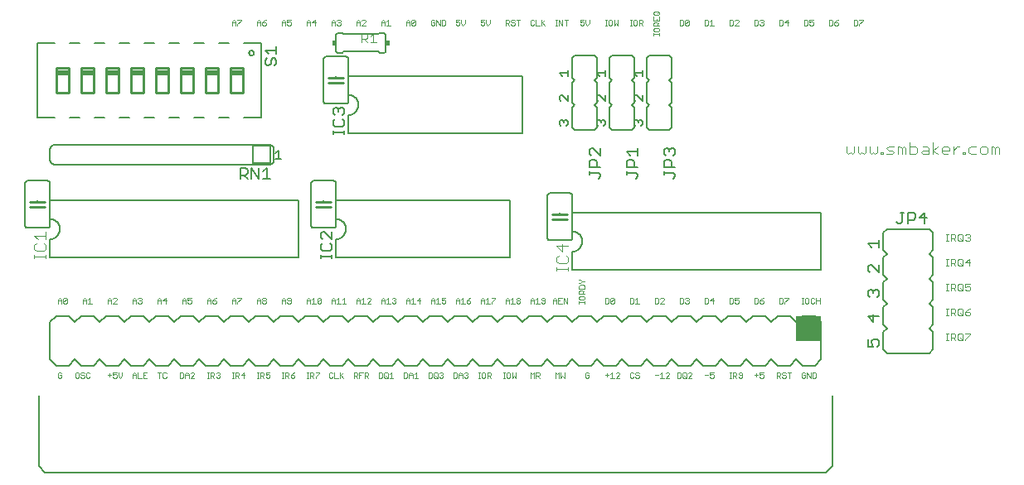
<source format=gto>
G75*
%MOIN*%
%OFA0B0*%
%FSLAX24Y24*%
%IPPOS*%
%LPD*%
%AMOC8*
5,1,8,0,0,1.08239X$1,22.5*
%
%ADD10C,0.0020*%
%ADD11C,0.0040*%
%ADD12C,0.0030*%
%ADD13C,0.0080*%
%ADD14C,0.0060*%
%ADD15C,0.0100*%
%ADD16R,0.1000X0.1000*%
%ADD17C,0.0050*%
%ADD18R,0.0150X0.0200*%
D10*
X002027Y003950D02*
X002100Y003950D01*
X002137Y003987D01*
X002137Y004060D01*
X002063Y004060D01*
X001990Y004133D02*
X001990Y003987D01*
X002027Y003950D01*
X001990Y004133D02*
X002027Y004170D01*
X002100Y004170D01*
X002137Y004133D01*
X002690Y004133D02*
X002690Y003987D01*
X002727Y003950D01*
X002800Y003950D01*
X002837Y003987D01*
X002837Y004133D01*
X002800Y004170D01*
X002727Y004170D01*
X002690Y004133D01*
X002911Y004133D02*
X002911Y004097D01*
X002948Y004060D01*
X003021Y004060D01*
X003058Y004023D01*
X003058Y003987D01*
X003021Y003950D01*
X002948Y003950D01*
X002911Y003987D01*
X002911Y004133D02*
X002948Y004170D01*
X003021Y004170D01*
X003058Y004133D01*
X003132Y004133D02*
X003132Y003987D01*
X003169Y003950D01*
X003242Y003950D01*
X003279Y003987D01*
X003279Y004133D02*
X003242Y004170D01*
X003169Y004170D01*
X003132Y004133D01*
X003990Y004060D02*
X004137Y004060D01*
X004211Y004060D02*
X004284Y004097D01*
X004321Y004097D01*
X004358Y004060D01*
X004358Y003987D01*
X004321Y003950D01*
X004248Y003950D01*
X004211Y003987D01*
X004211Y004060D02*
X004211Y004170D01*
X004358Y004170D01*
X004432Y004170D02*
X004432Y004023D01*
X004505Y003950D01*
X004579Y004023D01*
X004579Y004170D01*
X004990Y004097D02*
X004990Y003950D01*
X004990Y004060D02*
X005137Y004060D01*
X005137Y004097D02*
X005137Y003950D01*
X005211Y003950D02*
X005358Y003950D01*
X005432Y003950D02*
X005579Y003950D01*
X005505Y004060D02*
X005432Y004060D01*
X005432Y004170D02*
X005432Y003950D01*
X005432Y004170D02*
X005579Y004170D01*
X005211Y004170D02*
X005211Y003950D01*
X005137Y004097D02*
X005063Y004170D01*
X004990Y004097D01*
X004063Y004133D02*
X004063Y003987D01*
X005990Y004170D02*
X006137Y004170D01*
X006063Y004170D02*
X006063Y003950D01*
X006211Y003987D02*
X006248Y003950D01*
X006321Y003950D01*
X006358Y003987D01*
X006358Y004133D02*
X006321Y004170D01*
X006248Y004170D01*
X006211Y004133D01*
X006211Y003987D01*
X006890Y003950D02*
X007000Y003950D01*
X007037Y003987D01*
X007037Y004133D01*
X007000Y004170D01*
X006890Y004170D01*
X006890Y003950D01*
X007111Y003950D02*
X007111Y004097D01*
X007184Y004170D01*
X007258Y004097D01*
X007258Y003950D01*
X007332Y003950D02*
X007479Y004097D01*
X007479Y004133D01*
X007442Y004170D01*
X007369Y004170D01*
X007332Y004133D01*
X007258Y004060D02*
X007111Y004060D01*
X007332Y003950D02*
X007479Y003950D01*
X007990Y003950D02*
X008063Y003950D01*
X008027Y003950D02*
X008027Y004170D01*
X008063Y004170D02*
X007990Y004170D01*
X008137Y004170D02*
X008137Y003950D01*
X008137Y004023D02*
X008247Y004023D01*
X008284Y004060D01*
X008284Y004133D01*
X008247Y004170D01*
X008137Y004170D01*
X008211Y004023D02*
X008284Y003950D01*
X008358Y003987D02*
X008395Y003950D01*
X008468Y003950D01*
X008505Y003987D01*
X008505Y004023D01*
X008468Y004060D01*
X008432Y004060D01*
X008468Y004060D02*
X008505Y004097D01*
X008505Y004133D01*
X008468Y004170D01*
X008395Y004170D01*
X008358Y004133D01*
X008990Y004170D02*
X009063Y004170D01*
X009027Y004170D02*
X009027Y003950D01*
X009063Y003950D02*
X008990Y003950D01*
X009137Y003950D02*
X009137Y004170D01*
X009247Y004170D01*
X009284Y004133D01*
X009284Y004060D01*
X009247Y004023D01*
X009137Y004023D01*
X009211Y004023D02*
X009284Y003950D01*
X009358Y004060D02*
X009505Y004060D01*
X009468Y003950D02*
X009468Y004170D01*
X009358Y004060D01*
X009990Y003950D02*
X010063Y003950D01*
X010027Y003950D02*
X010027Y004170D01*
X010063Y004170D02*
X009990Y004170D01*
X010137Y004170D02*
X010247Y004170D01*
X010284Y004133D01*
X010284Y004060D01*
X010247Y004023D01*
X010137Y004023D01*
X010137Y003950D02*
X010137Y004170D01*
X010211Y004023D02*
X010284Y003950D01*
X010358Y003987D02*
X010395Y003950D01*
X010468Y003950D01*
X010505Y003987D01*
X010505Y004060D01*
X010468Y004097D01*
X010432Y004097D01*
X010358Y004060D01*
X010358Y004170D01*
X010505Y004170D01*
X010990Y004170D02*
X011063Y004170D01*
X011027Y004170D02*
X011027Y003950D01*
X011063Y003950D02*
X010990Y003950D01*
X011137Y003950D02*
X011137Y004170D01*
X011247Y004170D01*
X011284Y004133D01*
X011284Y004060D01*
X011247Y004023D01*
X011137Y004023D01*
X011211Y004023D02*
X011284Y003950D01*
X011358Y003987D02*
X011395Y003950D01*
X011468Y003950D01*
X011505Y003987D01*
X011505Y004023D01*
X011468Y004060D01*
X011358Y004060D01*
X011358Y003987D01*
X011358Y004060D02*
X011432Y004133D01*
X011505Y004170D01*
X011990Y004170D02*
X012063Y004170D01*
X012027Y004170D02*
X012027Y003950D01*
X012063Y003950D02*
X011990Y003950D01*
X012137Y003950D02*
X012137Y004170D01*
X012247Y004170D01*
X012284Y004133D01*
X012284Y004060D01*
X012247Y004023D01*
X012137Y004023D01*
X012211Y004023D02*
X012284Y003950D01*
X012358Y003950D02*
X012358Y003987D01*
X012505Y004133D01*
X012505Y004170D01*
X012358Y004170D01*
X012890Y004133D02*
X012890Y003987D01*
X012927Y003950D01*
X013000Y003950D01*
X013037Y003987D01*
X013111Y003950D02*
X013258Y003950D01*
X013332Y003950D02*
X013332Y004170D01*
X013369Y004060D02*
X013479Y003950D01*
X013332Y004023D02*
X013479Y004170D01*
X013111Y004170D02*
X013111Y003950D01*
X013037Y004133D02*
X013000Y004170D01*
X012927Y004170D01*
X012890Y004133D01*
X013890Y004170D02*
X013890Y003950D01*
X013890Y004023D02*
X014000Y004023D01*
X014037Y004060D01*
X014037Y004133D01*
X014000Y004170D01*
X013890Y004170D01*
X013963Y004023D02*
X014037Y003950D01*
X014111Y003950D02*
X014111Y004170D01*
X014258Y004170D01*
X014332Y004170D02*
X014442Y004170D01*
X014479Y004133D01*
X014479Y004060D01*
X014442Y004023D01*
X014332Y004023D01*
X014332Y003950D02*
X014332Y004170D01*
X014405Y004023D02*
X014479Y003950D01*
X014184Y004060D02*
X014111Y004060D01*
X014890Y003950D02*
X015000Y003950D01*
X015037Y003987D01*
X015037Y004133D01*
X015000Y004170D01*
X014890Y004170D01*
X014890Y003950D01*
X015111Y003987D02*
X015148Y003950D01*
X015221Y003950D01*
X015258Y003987D01*
X015258Y004133D01*
X015221Y004170D01*
X015148Y004170D01*
X015111Y004133D01*
X015111Y003987D01*
X015184Y004023D02*
X015258Y003950D01*
X015332Y003950D02*
X015479Y003950D01*
X015405Y003950D02*
X015405Y004170D01*
X015332Y004097D01*
X015890Y004170D02*
X015890Y003950D01*
X016000Y003950D01*
X016037Y003987D01*
X016037Y004133D01*
X016000Y004170D01*
X015890Y004170D01*
X016111Y004097D02*
X016111Y003950D01*
X016111Y004060D02*
X016258Y004060D01*
X016258Y004097D02*
X016258Y003950D01*
X016332Y003950D02*
X016479Y003950D01*
X016405Y003950D02*
X016405Y004170D01*
X016332Y004097D01*
X016258Y004097D02*
X016184Y004170D01*
X016111Y004097D01*
X016890Y004170D02*
X016890Y003950D01*
X017000Y003950D01*
X017037Y003987D01*
X017037Y004133D01*
X017000Y004170D01*
X016890Y004170D01*
X017111Y004133D02*
X017111Y003987D01*
X017148Y003950D01*
X017221Y003950D01*
X017258Y003987D01*
X017258Y004133D01*
X017221Y004170D01*
X017148Y004170D01*
X017111Y004133D01*
X017184Y004023D02*
X017258Y003950D01*
X017332Y003987D02*
X017369Y003950D01*
X017442Y003950D01*
X017479Y003987D01*
X017479Y004023D01*
X017442Y004060D01*
X017405Y004060D01*
X017442Y004060D02*
X017479Y004097D01*
X017479Y004133D01*
X017442Y004170D01*
X017369Y004170D01*
X017332Y004133D01*
X017890Y004170D02*
X017890Y003950D01*
X018000Y003950D01*
X018037Y003987D01*
X018037Y004133D01*
X018000Y004170D01*
X017890Y004170D01*
X018111Y004097D02*
X018184Y004170D01*
X018258Y004097D01*
X018258Y003950D01*
X018332Y003987D02*
X018369Y003950D01*
X018442Y003950D01*
X018479Y003987D01*
X018479Y004023D01*
X018442Y004060D01*
X018405Y004060D01*
X018442Y004060D02*
X018479Y004097D01*
X018479Y004133D01*
X018442Y004170D01*
X018369Y004170D01*
X018332Y004133D01*
X018258Y004060D02*
X018111Y004060D01*
X018111Y004097D02*
X018111Y003950D01*
X018890Y003950D02*
X018963Y003950D01*
X018927Y003950D02*
X018927Y004170D01*
X018963Y004170D02*
X018890Y004170D01*
X019037Y004133D02*
X019037Y003987D01*
X019074Y003950D01*
X019147Y003950D01*
X019184Y003987D01*
X019184Y004133D01*
X019147Y004170D01*
X019074Y004170D01*
X019037Y004133D01*
X019258Y004170D02*
X019258Y003950D01*
X019258Y004023D02*
X019368Y004023D01*
X019405Y004060D01*
X019405Y004133D01*
X019368Y004170D01*
X019258Y004170D01*
X019332Y004023D02*
X019405Y003950D01*
X019890Y003950D02*
X019963Y003950D01*
X019927Y003950D02*
X019927Y004170D01*
X019963Y004170D02*
X019890Y004170D01*
X020037Y004133D02*
X020037Y003987D01*
X020074Y003950D01*
X020147Y003950D01*
X020184Y003987D01*
X020184Y004133D01*
X020147Y004170D01*
X020074Y004170D01*
X020037Y004133D01*
X020258Y004170D02*
X020258Y003950D01*
X020332Y004023D01*
X020405Y003950D01*
X020405Y004170D01*
X020990Y004170D02*
X020990Y003950D01*
X021137Y003950D02*
X021137Y004170D01*
X021063Y004097D01*
X020990Y004170D01*
X021211Y004170D02*
X021211Y003950D01*
X021211Y004023D02*
X021321Y004023D01*
X021358Y004060D01*
X021358Y004133D01*
X021321Y004170D01*
X021211Y004170D01*
X021284Y004023D02*
X021358Y003950D01*
X021990Y003950D02*
X021990Y004170D01*
X022063Y004097D01*
X022137Y004170D01*
X022137Y003950D01*
X022211Y003950D02*
X022284Y004023D01*
X022358Y003950D01*
X022358Y004170D01*
X022211Y004170D02*
X022211Y003950D01*
X023190Y003987D02*
X023227Y003950D01*
X023300Y003950D01*
X023337Y003987D01*
X023337Y004060D01*
X023263Y004060D01*
X023190Y004133D02*
X023190Y003987D01*
X023190Y004133D02*
X023227Y004170D01*
X023300Y004170D01*
X023337Y004133D01*
X023990Y004060D02*
X024137Y004060D01*
X024211Y004097D02*
X024284Y004170D01*
X024284Y003950D01*
X024211Y003950D02*
X024358Y003950D01*
X024432Y003950D02*
X024579Y004097D01*
X024579Y004133D01*
X024542Y004170D01*
X024469Y004170D01*
X024432Y004133D01*
X024432Y003950D02*
X024579Y003950D01*
X024990Y003987D02*
X025027Y003950D01*
X025100Y003950D01*
X025137Y003987D01*
X025211Y003987D02*
X025248Y003950D01*
X025321Y003950D01*
X025358Y003987D01*
X025358Y004023D01*
X025321Y004060D01*
X025248Y004060D01*
X025211Y004097D01*
X025211Y004133D01*
X025248Y004170D01*
X025321Y004170D01*
X025358Y004133D01*
X025137Y004133D02*
X025100Y004170D01*
X025027Y004170D01*
X024990Y004133D01*
X024990Y003987D01*
X024063Y003987D02*
X024063Y004133D01*
X025990Y004060D02*
X026137Y004060D01*
X026211Y004097D02*
X026284Y004170D01*
X026284Y003950D01*
X026211Y003950D02*
X026358Y003950D01*
X026432Y003950D02*
X026579Y004097D01*
X026579Y004133D01*
X026542Y004170D01*
X026469Y004170D01*
X026432Y004133D01*
X026432Y003950D02*
X026579Y003950D01*
X026890Y003950D02*
X026890Y004170D01*
X027000Y004170D01*
X027037Y004133D01*
X027037Y003987D01*
X027000Y003950D01*
X026890Y003950D01*
X027111Y003987D02*
X027111Y004133D01*
X027148Y004170D01*
X027221Y004170D01*
X027258Y004133D01*
X027258Y003987D01*
X027221Y003950D01*
X027148Y003950D01*
X027111Y003987D01*
X027184Y004023D02*
X027258Y003950D01*
X027332Y003950D02*
X027479Y004097D01*
X027479Y004133D01*
X027442Y004170D01*
X027369Y004170D01*
X027332Y004133D01*
X027332Y003950D02*
X027479Y003950D01*
X027990Y004060D02*
X028137Y004060D01*
X028211Y004060D02*
X028284Y004097D01*
X028321Y004097D01*
X028358Y004060D01*
X028358Y003987D01*
X028321Y003950D01*
X028248Y003950D01*
X028211Y003987D01*
X028211Y004060D02*
X028211Y004170D01*
X028358Y004170D01*
X028990Y004170D02*
X029063Y004170D01*
X029027Y004170D02*
X029027Y003950D01*
X029063Y003950D02*
X028990Y003950D01*
X029137Y003950D02*
X029137Y004170D01*
X029247Y004170D01*
X029284Y004133D01*
X029284Y004060D01*
X029247Y004023D01*
X029137Y004023D01*
X029211Y004023D02*
X029284Y003950D01*
X029358Y003987D02*
X029395Y003950D01*
X029468Y003950D01*
X029505Y003987D01*
X029505Y004133D01*
X029468Y004170D01*
X029395Y004170D01*
X029358Y004133D01*
X029358Y004097D01*
X029395Y004060D01*
X029505Y004060D01*
X029990Y004060D02*
X030137Y004060D01*
X030211Y004060D02*
X030284Y004097D01*
X030321Y004097D01*
X030358Y004060D01*
X030358Y003987D01*
X030321Y003950D01*
X030248Y003950D01*
X030211Y003987D01*
X030211Y004060D02*
X030211Y004170D01*
X030358Y004170D01*
X030063Y004133D02*
X030063Y003987D01*
X030890Y004023D02*
X031000Y004023D01*
X031037Y004060D01*
X031037Y004133D01*
X031000Y004170D01*
X030890Y004170D01*
X030890Y003950D01*
X030963Y004023D02*
X031037Y003950D01*
X031111Y003987D02*
X031148Y003950D01*
X031221Y003950D01*
X031258Y003987D01*
X031258Y004023D01*
X031221Y004060D01*
X031148Y004060D01*
X031111Y004097D01*
X031111Y004133D01*
X031148Y004170D01*
X031221Y004170D01*
X031258Y004133D01*
X031332Y004170D02*
X031479Y004170D01*
X031405Y004170D02*
X031405Y003950D01*
X031890Y003987D02*
X031890Y004133D01*
X031927Y004170D01*
X032000Y004170D01*
X032037Y004133D01*
X032037Y004060D02*
X031963Y004060D01*
X032037Y004060D02*
X032037Y003987D01*
X032000Y003950D01*
X031927Y003950D01*
X031890Y003987D01*
X032111Y003950D02*
X032111Y004170D01*
X032258Y003950D01*
X032258Y004170D01*
X032332Y004170D02*
X032442Y004170D01*
X032479Y004133D01*
X032479Y003987D01*
X032442Y003950D01*
X032332Y003950D01*
X032332Y004170D01*
X032368Y006950D02*
X032405Y006987D01*
X032368Y006950D02*
X032295Y006950D01*
X032258Y006987D01*
X032258Y007133D01*
X032295Y007170D01*
X032368Y007170D01*
X032405Y007133D01*
X032479Y007170D02*
X032479Y006950D01*
X032479Y007060D02*
X032626Y007060D01*
X032626Y007170D02*
X032626Y006950D01*
X032184Y006987D02*
X032147Y006950D01*
X032074Y006950D01*
X032037Y006987D01*
X032037Y007133D01*
X032074Y007170D01*
X032147Y007170D01*
X032184Y007133D01*
X032184Y006987D01*
X031963Y006950D02*
X031890Y006950D01*
X031927Y006950D02*
X031927Y007170D01*
X031963Y007170D02*
X031890Y007170D01*
X031358Y007170D02*
X031358Y007133D01*
X031211Y006987D01*
X031211Y006950D01*
X031137Y006987D02*
X031100Y006950D01*
X030990Y006950D01*
X030990Y007170D01*
X031100Y007170D01*
X031137Y007133D01*
X031137Y006987D01*
X031211Y007170D02*
X031358Y007170D01*
X030358Y007170D02*
X030284Y007133D01*
X030211Y007060D01*
X030321Y007060D01*
X030358Y007023D01*
X030358Y006987D01*
X030321Y006950D01*
X030248Y006950D01*
X030211Y006987D01*
X030211Y007060D01*
X030137Y006987D02*
X030137Y007133D01*
X030100Y007170D01*
X029990Y007170D01*
X029990Y006950D01*
X030100Y006950D01*
X030137Y006987D01*
X029358Y006987D02*
X029321Y006950D01*
X029248Y006950D01*
X029211Y006987D01*
X029211Y007060D02*
X029284Y007097D01*
X029321Y007097D01*
X029358Y007060D01*
X029358Y006987D01*
X029211Y007060D02*
X029211Y007170D01*
X029358Y007170D01*
X029137Y007133D02*
X029100Y007170D01*
X028990Y007170D01*
X028990Y006950D01*
X029100Y006950D01*
X029137Y006987D01*
X029137Y007133D01*
X028358Y007060D02*
X028211Y007060D01*
X028321Y007170D01*
X028321Y006950D01*
X028137Y006987D02*
X028100Y006950D01*
X027990Y006950D01*
X027990Y007170D01*
X028100Y007170D01*
X028137Y007133D01*
X028137Y006987D01*
X027358Y006987D02*
X027321Y006950D01*
X027248Y006950D01*
X027211Y006987D01*
X027137Y006987D02*
X027137Y007133D01*
X027100Y007170D01*
X026990Y007170D01*
X026990Y006950D01*
X027100Y006950D01*
X027137Y006987D01*
X027211Y007133D02*
X027248Y007170D01*
X027321Y007170D01*
X027358Y007133D01*
X027358Y007097D01*
X027321Y007060D01*
X027358Y007023D01*
X027358Y006987D01*
X027321Y007060D02*
X027284Y007060D01*
X026358Y007097D02*
X026358Y007133D01*
X026321Y007170D01*
X026248Y007170D01*
X026211Y007133D01*
X026137Y007133D02*
X026100Y007170D01*
X025990Y007170D01*
X025990Y006950D01*
X026100Y006950D01*
X026137Y006987D01*
X026137Y007133D01*
X026211Y006950D02*
X026358Y007097D01*
X026358Y006950D02*
X026211Y006950D01*
X025358Y006950D02*
X025211Y006950D01*
X025284Y006950D02*
X025284Y007170D01*
X025211Y007097D01*
X025137Y007133D02*
X025100Y007170D01*
X024990Y007170D01*
X024990Y006950D01*
X025100Y006950D01*
X025137Y006987D01*
X025137Y007133D01*
X024358Y007133D02*
X024211Y006987D01*
X024248Y006950D01*
X024321Y006950D01*
X024358Y006987D01*
X024358Y007133D01*
X024321Y007170D01*
X024248Y007170D01*
X024211Y007133D01*
X024211Y006987D01*
X024137Y006987D02*
X024100Y006950D01*
X023990Y006950D01*
X023990Y007170D01*
X024100Y007170D01*
X024137Y007133D01*
X024137Y006987D01*
X023170Y006987D02*
X022950Y006987D01*
X022950Y007023D02*
X022950Y006950D01*
X022987Y007097D02*
X023133Y007097D01*
X023170Y007134D01*
X023170Y007207D01*
X023133Y007244D01*
X022987Y007244D01*
X022950Y007207D01*
X022950Y007134D01*
X022987Y007097D01*
X023170Y007023D02*
X023170Y006950D01*
X022479Y006950D02*
X022479Y007170D01*
X022332Y007170D02*
X022332Y006950D01*
X022258Y006950D02*
X022111Y006950D01*
X022111Y007170D01*
X022258Y007170D01*
X022332Y007170D02*
X022479Y006950D01*
X022184Y007060D02*
X022111Y007060D01*
X022037Y007060D02*
X021890Y007060D01*
X021890Y007097D02*
X021963Y007170D01*
X022037Y007097D01*
X022037Y006950D01*
X021890Y006950D02*
X021890Y007097D01*
X021579Y007133D02*
X021542Y007170D01*
X021469Y007170D01*
X021432Y007133D01*
X021432Y007097D01*
X021469Y007060D01*
X021579Y007060D01*
X021579Y006987D02*
X021579Y007133D01*
X021579Y006987D02*
X021542Y006950D01*
X021469Y006950D01*
X021432Y006987D01*
X021358Y006950D02*
X021211Y006950D01*
X021284Y006950D02*
X021284Y007170D01*
X021211Y007097D01*
X021137Y007097D02*
X021137Y006950D01*
X021137Y007060D02*
X020990Y007060D01*
X020990Y007097D02*
X021063Y007170D01*
X021137Y007097D01*
X020990Y007097D02*
X020990Y006950D01*
X020579Y006987D02*
X020542Y006950D01*
X020469Y006950D01*
X020432Y006987D01*
X020432Y007023D01*
X020469Y007060D01*
X020542Y007060D01*
X020579Y007023D01*
X020579Y006987D01*
X020542Y007060D02*
X020579Y007097D01*
X020579Y007133D01*
X020542Y007170D01*
X020469Y007170D01*
X020432Y007133D01*
X020432Y007097D01*
X020469Y007060D01*
X020358Y006950D02*
X020211Y006950D01*
X020284Y006950D02*
X020284Y007170D01*
X020211Y007097D01*
X020137Y007097D02*
X020137Y006950D01*
X020137Y007060D02*
X019990Y007060D01*
X019990Y007097D02*
X020063Y007170D01*
X020137Y007097D01*
X019990Y007097D02*
X019990Y006950D01*
X019579Y007133D02*
X019432Y006987D01*
X019432Y006950D01*
X019358Y006950D02*
X019211Y006950D01*
X019284Y006950D02*
X019284Y007170D01*
X019211Y007097D01*
X019137Y007097D02*
X019137Y006950D01*
X019137Y007060D02*
X018990Y007060D01*
X018990Y007097D02*
X019063Y007170D01*
X019137Y007097D01*
X018990Y007097D02*
X018990Y006950D01*
X018579Y006987D02*
X018579Y007023D01*
X018542Y007060D01*
X018432Y007060D01*
X018432Y006987D01*
X018469Y006950D01*
X018542Y006950D01*
X018579Y006987D01*
X018505Y007133D02*
X018432Y007060D01*
X018505Y007133D02*
X018579Y007170D01*
X018284Y007170D02*
X018284Y006950D01*
X018211Y006950D02*
X018358Y006950D01*
X018211Y007097D02*
X018284Y007170D01*
X018137Y007097D02*
X018137Y006950D01*
X018137Y007060D02*
X017990Y007060D01*
X017990Y007097D02*
X018063Y007170D01*
X018137Y007097D01*
X017990Y007097D02*
X017990Y006950D01*
X017579Y006987D02*
X017542Y006950D01*
X017469Y006950D01*
X017432Y006987D01*
X017432Y007060D02*
X017505Y007097D01*
X017542Y007097D01*
X017579Y007060D01*
X017579Y006987D01*
X017432Y007060D02*
X017432Y007170D01*
X017579Y007170D01*
X017284Y007170D02*
X017284Y006950D01*
X017211Y006950D02*
X017358Y006950D01*
X017211Y007097D02*
X017284Y007170D01*
X017137Y007097D02*
X017137Y006950D01*
X017137Y007060D02*
X016990Y007060D01*
X016990Y007097D02*
X017063Y007170D01*
X017137Y007097D01*
X016990Y007097D02*
X016990Y006950D01*
X016579Y007060D02*
X016432Y007060D01*
X016542Y007170D01*
X016542Y006950D01*
X016358Y006950D02*
X016211Y006950D01*
X016284Y006950D02*
X016284Y007170D01*
X016211Y007097D01*
X016137Y007097D02*
X016137Y006950D01*
X016137Y007060D02*
X015990Y007060D01*
X015990Y007097D02*
X016063Y007170D01*
X016137Y007097D01*
X015990Y007097D02*
X015990Y006950D01*
X015579Y006987D02*
X015542Y006950D01*
X015469Y006950D01*
X015432Y006987D01*
X015358Y006950D02*
X015211Y006950D01*
X015284Y006950D02*
X015284Y007170D01*
X015211Y007097D01*
X015137Y007097D02*
X015137Y006950D01*
X015137Y007060D02*
X014990Y007060D01*
X014990Y007097D02*
X015063Y007170D01*
X015137Y007097D01*
X014990Y007097D02*
X014990Y006950D01*
X014579Y006950D02*
X014432Y006950D01*
X014579Y007097D01*
X014579Y007133D01*
X014542Y007170D01*
X014469Y007170D01*
X014432Y007133D01*
X014284Y007170D02*
X014284Y006950D01*
X014211Y006950D02*
X014358Y006950D01*
X014211Y007097D02*
X014284Y007170D01*
X014137Y007097D02*
X014137Y006950D01*
X014137Y007060D02*
X013990Y007060D01*
X013990Y007097D02*
X014063Y007170D01*
X014137Y007097D01*
X013990Y007097D02*
X013990Y006950D01*
X013579Y006950D02*
X013432Y006950D01*
X013505Y006950D02*
X013505Y007170D01*
X013432Y007097D01*
X013358Y006950D02*
X013211Y006950D01*
X013284Y006950D02*
X013284Y007170D01*
X013211Y007097D01*
X013137Y007097D02*
X013137Y006950D01*
X013137Y007060D02*
X012990Y007060D01*
X012990Y007097D02*
X013063Y007170D01*
X013137Y007097D01*
X012990Y007097D02*
X012990Y006950D01*
X012579Y006987D02*
X012542Y006950D01*
X012469Y006950D01*
X012432Y006987D01*
X012579Y007133D01*
X012579Y006987D01*
X012579Y007133D02*
X012542Y007170D01*
X012469Y007170D01*
X012432Y007133D01*
X012432Y006987D01*
X012358Y006950D02*
X012211Y006950D01*
X012284Y006950D02*
X012284Y007170D01*
X012211Y007097D01*
X012137Y007097D02*
X012137Y006950D01*
X012137Y007060D02*
X011990Y007060D01*
X011990Y007097D02*
X012063Y007170D01*
X012137Y007097D01*
X011990Y007097D02*
X011990Y006950D01*
X011358Y006987D02*
X011321Y006950D01*
X011248Y006950D01*
X011211Y006987D01*
X011248Y007060D02*
X011358Y007060D01*
X011358Y006987D02*
X011358Y007133D01*
X011321Y007170D01*
X011248Y007170D01*
X011211Y007133D01*
X011211Y007097D01*
X011248Y007060D01*
X011137Y007060D02*
X010990Y007060D01*
X010990Y007097D02*
X011063Y007170D01*
X011137Y007097D01*
X011137Y006950D01*
X010990Y006950D02*
X010990Y007097D01*
X010358Y007097D02*
X010321Y007060D01*
X010248Y007060D01*
X010211Y007097D01*
X010211Y007133D01*
X010248Y007170D01*
X010321Y007170D01*
X010358Y007133D01*
X010358Y007097D01*
X010321Y007060D02*
X010358Y007023D01*
X010358Y006987D01*
X010321Y006950D01*
X010248Y006950D01*
X010211Y006987D01*
X010211Y007023D01*
X010248Y007060D01*
X010137Y007060D02*
X009990Y007060D01*
X009990Y007097D02*
X010063Y007170D01*
X010137Y007097D01*
X010137Y006950D01*
X009990Y006950D02*
X009990Y007097D01*
X009358Y007133D02*
X009211Y006987D01*
X009211Y006950D01*
X009137Y006950D02*
X009137Y007097D01*
X009063Y007170D01*
X008990Y007097D01*
X008990Y006950D01*
X008990Y007060D02*
X009137Y007060D01*
X009211Y007170D02*
X009358Y007170D01*
X009358Y007133D01*
X008358Y007170D02*
X008284Y007133D01*
X008211Y007060D01*
X008321Y007060D01*
X008358Y007023D01*
X008358Y006987D01*
X008321Y006950D01*
X008248Y006950D01*
X008211Y006987D01*
X008211Y007060D01*
X008137Y007060D02*
X007990Y007060D01*
X007990Y007097D02*
X008063Y007170D01*
X008137Y007097D01*
X008137Y006950D01*
X007990Y006950D02*
X007990Y007097D01*
X007358Y007060D02*
X007358Y006987D01*
X007321Y006950D01*
X007248Y006950D01*
X007211Y006987D01*
X007211Y007060D02*
X007284Y007097D01*
X007321Y007097D01*
X007358Y007060D01*
X007358Y007170D02*
X007211Y007170D01*
X007211Y007060D01*
X007137Y007060D02*
X006990Y007060D01*
X006990Y007097D02*
X007063Y007170D01*
X007137Y007097D01*
X007137Y006950D01*
X006990Y006950D02*
X006990Y007097D01*
X006358Y007060D02*
X006211Y007060D01*
X006321Y007170D01*
X006321Y006950D01*
X006137Y006950D02*
X006137Y007097D01*
X006063Y007170D01*
X005990Y007097D01*
X005990Y006950D01*
X005990Y007060D02*
X006137Y007060D01*
X005358Y007023D02*
X005358Y006987D01*
X005321Y006950D01*
X005248Y006950D01*
X005211Y006987D01*
X005137Y006950D02*
X005137Y007097D01*
X005063Y007170D01*
X004990Y007097D01*
X004990Y006950D01*
X004990Y007060D02*
X005137Y007060D01*
X005211Y007133D02*
X005248Y007170D01*
X005321Y007170D01*
X005358Y007133D01*
X005358Y007097D01*
X005321Y007060D01*
X005358Y007023D01*
X005321Y007060D02*
X005284Y007060D01*
X004358Y007097D02*
X004358Y007133D01*
X004321Y007170D01*
X004248Y007170D01*
X004211Y007133D01*
X004137Y007097D02*
X004137Y006950D01*
X004211Y006950D02*
X004358Y007097D01*
X004358Y006950D02*
X004211Y006950D01*
X004137Y007060D02*
X003990Y007060D01*
X003990Y007097D02*
X004063Y007170D01*
X004137Y007097D01*
X003990Y007097D02*
X003990Y006950D01*
X003358Y006950D02*
X003211Y006950D01*
X003284Y006950D02*
X003284Y007170D01*
X003211Y007097D01*
X003137Y007097D02*
X003137Y006950D01*
X003137Y007060D02*
X002990Y007060D01*
X002990Y007097D02*
X003063Y007170D01*
X003137Y007097D01*
X002990Y007097D02*
X002990Y006950D01*
X002358Y006987D02*
X002321Y006950D01*
X002248Y006950D01*
X002211Y006987D01*
X002358Y007133D01*
X002358Y006987D01*
X002358Y007133D02*
X002321Y007170D01*
X002248Y007170D01*
X002211Y007133D01*
X002211Y006987D01*
X002137Y006950D02*
X002137Y007097D01*
X002063Y007170D01*
X001990Y007097D01*
X001990Y006950D01*
X001990Y007060D02*
X002137Y007060D01*
X015432Y007133D02*
X015469Y007170D01*
X015542Y007170D01*
X015579Y007133D01*
X015579Y007097D01*
X015542Y007060D01*
X015579Y007023D01*
X015579Y006987D01*
X015542Y007060D02*
X015505Y007060D01*
X019432Y007170D02*
X019579Y007170D01*
X019579Y007133D01*
X022950Y007318D02*
X022950Y007428D01*
X022987Y007465D01*
X023060Y007465D01*
X023097Y007428D01*
X023097Y007318D01*
X023170Y007318D02*
X022950Y007318D01*
X023097Y007392D02*
X023170Y007465D01*
X023170Y007539D02*
X023170Y007649D01*
X023133Y007686D01*
X022987Y007686D01*
X022950Y007649D01*
X022950Y007539D01*
X023170Y007539D01*
X022987Y007760D02*
X023060Y007834D01*
X023170Y007834D01*
X023060Y007834D02*
X022987Y007907D01*
X022950Y007907D01*
X022950Y007760D02*
X022987Y007760D01*
X025950Y017750D02*
X025950Y017823D01*
X025950Y017787D02*
X026170Y017787D01*
X026170Y017823D02*
X026170Y017750D01*
X026133Y017897D02*
X026170Y017934D01*
X026170Y018007D01*
X026133Y018044D01*
X025987Y018044D01*
X025950Y018007D01*
X025950Y017934D01*
X025987Y017897D01*
X026133Y017897D01*
X026097Y018118D02*
X026097Y018228D01*
X026060Y018265D01*
X025987Y018265D01*
X025950Y018228D01*
X025950Y018118D01*
X026170Y018118D01*
X026097Y018192D02*
X026170Y018265D01*
X026170Y018339D02*
X026170Y018486D01*
X026133Y018560D02*
X026170Y018597D01*
X026170Y018670D01*
X026133Y018707D01*
X025987Y018707D01*
X025950Y018670D01*
X025950Y018597D01*
X025987Y018560D01*
X026133Y018560D01*
X026097Y018634D02*
X026170Y018707D01*
X025950Y018486D02*
X025950Y018339D01*
X026170Y018339D01*
X026060Y018339D02*
X026060Y018413D01*
X025505Y018333D02*
X025505Y018260D01*
X025468Y018223D01*
X025358Y018223D01*
X025358Y018150D02*
X025358Y018370D01*
X025468Y018370D01*
X025505Y018333D01*
X025432Y018223D02*
X025505Y018150D01*
X025284Y018187D02*
X025284Y018333D01*
X025247Y018370D01*
X025174Y018370D01*
X025137Y018333D01*
X025137Y018187D01*
X025174Y018150D01*
X025247Y018150D01*
X025284Y018187D01*
X025063Y018150D02*
X024990Y018150D01*
X025027Y018150D02*
X025027Y018370D01*
X025063Y018370D02*
X024990Y018370D01*
X024505Y018370D02*
X024505Y018150D01*
X024432Y018223D01*
X024358Y018150D01*
X024358Y018370D01*
X024284Y018333D02*
X024247Y018370D01*
X024174Y018370D01*
X024137Y018333D01*
X024137Y018187D01*
X024174Y018150D01*
X024247Y018150D01*
X024284Y018187D01*
X024284Y018333D01*
X024063Y018370D02*
X023990Y018370D01*
X024027Y018370D02*
X024027Y018150D01*
X024063Y018150D02*
X023990Y018150D01*
X023358Y018223D02*
X023358Y018370D01*
X023358Y018223D02*
X023284Y018150D01*
X023211Y018223D01*
X023211Y018370D01*
X023137Y018370D02*
X022990Y018370D01*
X022990Y018260D01*
X023063Y018297D01*
X023100Y018297D01*
X023137Y018260D01*
X023137Y018187D01*
X023100Y018150D01*
X023027Y018150D01*
X022990Y018187D01*
X022505Y018370D02*
X022358Y018370D01*
X022432Y018370D02*
X022432Y018150D01*
X022284Y018150D02*
X022284Y018370D01*
X022137Y018370D02*
X022284Y018150D01*
X022137Y018150D02*
X022137Y018370D01*
X022063Y018370D02*
X021990Y018370D01*
X022027Y018370D02*
X022027Y018150D01*
X022063Y018150D02*
X021990Y018150D01*
X021579Y018150D02*
X021469Y018260D01*
X021432Y018223D02*
X021579Y018370D01*
X021432Y018370D02*
X021432Y018150D01*
X021358Y018150D02*
X021211Y018150D01*
X021211Y018370D01*
X021137Y018333D02*
X021100Y018370D01*
X021027Y018370D01*
X020990Y018333D01*
X020990Y018187D01*
X021027Y018150D01*
X021100Y018150D01*
X021137Y018187D01*
X020579Y018370D02*
X020432Y018370D01*
X020505Y018370D02*
X020505Y018150D01*
X020358Y018187D02*
X020321Y018150D01*
X020248Y018150D01*
X020211Y018187D01*
X020248Y018260D02*
X020321Y018260D01*
X020358Y018223D01*
X020358Y018187D01*
X020248Y018260D02*
X020211Y018297D01*
X020211Y018333D01*
X020248Y018370D01*
X020321Y018370D01*
X020358Y018333D01*
X020137Y018333D02*
X020137Y018260D01*
X020100Y018223D01*
X019990Y018223D01*
X019990Y018150D02*
X019990Y018370D01*
X020100Y018370D01*
X020137Y018333D01*
X020063Y018223D02*
X020137Y018150D01*
X019358Y018223D02*
X019284Y018150D01*
X019211Y018223D01*
X019211Y018370D01*
X019137Y018370D02*
X018990Y018370D01*
X018990Y018260D01*
X019063Y018297D01*
X019100Y018297D01*
X019137Y018260D01*
X019137Y018187D01*
X019100Y018150D01*
X019027Y018150D01*
X018990Y018187D01*
X019358Y018223D02*
X019358Y018370D01*
X018358Y018370D02*
X018358Y018223D01*
X018284Y018150D01*
X018211Y018223D01*
X018211Y018370D01*
X018137Y018370D02*
X017990Y018370D01*
X017990Y018260D01*
X018063Y018297D01*
X018100Y018297D01*
X018137Y018260D01*
X018137Y018187D01*
X018100Y018150D01*
X018027Y018150D01*
X017990Y018187D01*
X017579Y018187D02*
X017542Y018150D01*
X017432Y018150D01*
X017432Y018370D01*
X017542Y018370D01*
X017579Y018333D01*
X017579Y018187D01*
X017358Y018150D02*
X017358Y018370D01*
X017211Y018370D02*
X017358Y018150D01*
X017211Y018150D02*
X017211Y018370D01*
X017137Y018333D02*
X017100Y018370D01*
X017027Y018370D01*
X016990Y018333D01*
X016990Y018187D01*
X017027Y018150D01*
X017100Y018150D01*
X017137Y018187D01*
X017137Y018260D01*
X017063Y018260D01*
X016358Y018187D02*
X016321Y018150D01*
X016248Y018150D01*
X016211Y018187D01*
X016358Y018333D01*
X016358Y018187D01*
X016358Y018333D02*
X016321Y018370D01*
X016248Y018370D01*
X016211Y018333D01*
X016211Y018187D01*
X016137Y018150D02*
X016137Y018297D01*
X016063Y018370D01*
X015990Y018297D01*
X015990Y018150D01*
X015990Y018260D02*
X016137Y018260D01*
X015358Y018150D02*
X015211Y018150D01*
X015284Y018150D02*
X015284Y018370D01*
X015211Y018297D01*
X015137Y018297D02*
X015137Y018150D01*
X015137Y018260D02*
X014990Y018260D01*
X014990Y018297D02*
X015063Y018370D01*
X015137Y018297D01*
X014990Y018297D02*
X014990Y018150D01*
X014358Y018150D02*
X014211Y018150D01*
X014358Y018297D01*
X014358Y018333D01*
X014321Y018370D01*
X014248Y018370D01*
X014211Y018333D01*
X014137Y018297D02*
X014137Y018150D01*
X014137Y018260D02*
X013990Y018260D01*
X013990Y018297D02*
X014063Y018370D01*
X014137Y018297D01*
X013990Y018297D02*
X013990Y018150D01*
X013358Y018187D02*
X013321Y018150D01*
X013248Y018150D01*
X013211Y018187D01*
X013137Y018150D02*
X013137Y018297D01*
X013063Y018370D01*
X012990Y018297D01*
X012990Y018150D01*
X012990Y018260D02*
X013137Y018260D01*
X013211Y018333D02*
X013248Y018370D01*
X013321Y018370D01*
X013358Y018333D01*
X013358Y018297D01*
X013321Y018260D01*
X013358Y018223D01*
X013358Y018187D01*
X013321Y018260D02*
X013284Y018260D01*
X012358Y018260D02*
X012211Y018260D01*
X012321Y018370D01*
X012321Y018150D01*
X012137Y018150D02*
X012137Y018297D01*
X012063Y018370D01*
X011990Y018297D01*
X011990Y018150D01*
X011990Y018260D02*
X012137Y018260D01*
X011358Y018260D02*
X011358Y018187D01*
X011321Y018150D01*
X011248Y018150D01*
X011211Y018187D01*
X011211Y018260D02*
X011284Y018297D01*
X011321Y018297D01*
X011358Y018260D01*
X011358Y018370D02*
X011211Y018370D01*
X011211Y018260D01*
X011137Y018260D02*
X010990Y018260D01*
X010990Y018297D02*
X011063Y018370D01*
X011137Y018297D01*
X011137Y018150D01*
X010990Y018150D02*
X010990Y018297D01*
X010358Y018370D02*
X010284Y018333D01*
X010211Y018260D01*
X010321Y018260D01*
X010358Y018223D01*
X010358Y018187D01*
X010321Y018150D01*
X010248Y018150D01*
X010211Y018187D01*
X010211Y018260D01*
X010137Y018260D02*
X009990Y018260D01*
X009990Y018297D02*
X010063Y018370D01*
X010137Y018297D01*
X010137Y018150D01*
X009990Y018150D02*
X009990Y018297D01*
X009358Y018333D02*
X009211Y018187D01*
X009211Y018150D01*
X009137Y018150D02*
X009137Y018297D01*
X009063Y018370D01*
X008990Y018297D01*
X008990Y018150D01*
X008990Y018260D02*
X009137Y018260D01*
X009211Y018370D02*
X009358Y018370D01*
X009358Y018333D01*
X026990Y018370D02*
X026990Y018150D01*
X027100Y018150D01*
X027137Y018187D01*
X027137Y018333D01*
X027100Y018370D01*
X026990Y018370D01*
X027211Y018333D02*
X027248Y018370D01*
X027321Y018370D01*
X027358Y018333D01*
X027211Y018187D01*
X027248Y018150D01*
X027321Y018150D01*
X027358Y018187D01*
X027358Y018333D01*
X027211Y018333D02*
X027211Y018187D01*
X027990Y018150D02*
X028100Y018150D01*
X028137Y018187D01*
X028137Y018333D01*
X028100Y018370D01*
X027990Y018370D01*
X027990Y018150D01*
X028211Y018150D02*
X028358Y018150D01*
X028284Y018150D02*
X028284Y018370D01*
X028211Y018297D01*
X028990Y018370D02*
X028990Y018150D01*
X029100Y018150D01*
X029137Y018187D01*
X029137Y018333D01*
X029100Y018370D01*
X028990Y018370D01*
X029211Y018333D02*
X029248Y018370D01*
X029321Y018370D01*
X029358Y018333D01*
X029358Y018297D01*
X029211Y018150D01*
X029358Y018150D01*
X029990Y018150D02*
X029990Y018370D01*
X030100Y018370D01*
X030137Y018333D01*
X030137Y018187D01*
X030100Y018150D01*
X029990Y018150D01*
X030211Y018187D02*
X030248Y018150D01*
X030321Y018150D01*
X030358Y018187D01*
X030358Y018223D01*
X030321Y018260D01*
X030284Y018260D01*
X030321Y018260D02*
X030358Y018297D01*
X030358Y018333D01*
X030321Y018370D01*
X030248Y018370D01*
X030211Y018333D01*
X030990Y018370D02*
X030990Y018150D01*
X031100Y018150D01*
X031137Y018187D01*
X031137Y018333D01*
X031100Y018370D01*
X030990Y018370D01*
X031211Y018260D02*
X031358Y018260D01*
X031321Y018150D02*
X031321Y018370D01*
X031211Y018260D01*
X031990Y018150D02*
X032100Y018150D01*
X032137Y018187D01*
X032137Y018333D01*
X032100Y018370D01*
X031990Y018370D01*
X031990Y018150D01*
X032211Y018187D02*
X032248Y018150D01*
X032321Y018150D01*
X032358Y018187D01*
X032358Y018260D01*
X032321Y018297D01*
X032284Y018297D01*
X032211Y018260D01*
X032211Y018370D01*
X032358Y018370D01*
X032990Y018370D02*
X032990Y018150D01*
X033100Y018150D01*
X033137Y018187D01*
X033137Y018333D01*
X033100Y018370D01*
X032990Y018370D01*
X033211Y018260D02*
X033321Y018260D01*
X033358Y018223D01*
X033358Y018187D01*
X033321Y018150D01*
X033248Y018150D01*
X033211Y018187D01*
X033211Y018260D01*
X033284Y018333D01*
X033358Y018370D01*
X033990Y018370D02*
X033990Y018150D01*
X034100Y018150D01*
X034137Y018187D01*
X034137Y018333D01*
X034100Y018370D01*
X033990Y018370D01*
X034211Y018370D02*
X034358Y018370D01*
X034358Y018333D01*
X034211Y018187D01*
X034211Y018150D01*
D11*
X036232Y013420D02*
X036232Y012960D01*
X036462Y012960D01*
X036539Y013037D01*
X036539Y013190D01*
X036462Y013267D01*
X036232Y013267D01*
X036079Y013190D02*
X036079Y012960D01*
X035925Y012960D02*
X035925Y013190D01*
X036002Y013267D01*
X036079Y013190D01*
X035925Y013190D02*
X035848Y013267D01*
X035772Y013267D01*
X035772Y012960D01*
X035618Y013037D02*
X035542Y013113D01*
X035388Y013113D01*
X035311Y013190D01*
X035388Y013267D01*
X035618Y013267D01*
X035618Y013037D02*
X035542Y012960D01*
X035311Y012960D01*
X035158Y012960D02*
X035081Y012960D01*
X035081Y013037D01*
X035158Y013037D01*
X035158Y012960D01*
X034928Y013037D02*
X034928Y013267D01*
X034928Y013037D02*
X034851Y012960D01*
X034774Y013037D01*
X034698Y012960D01*
X034621Y013037D01*
X034621Y013267D01*
X034467Y013267D02*
X034467Y013037D01*
X034391Y012960D01*
X034314Y013037D01*
X034237Y012960D01*
X034160Y013037D01*
X034160Y013267D01*
X034007Y013267D02*
X034007Y013037D01*
X033930Y012960D01*
X033853Y013037D01*
X033777Y012960D01*
X033700Y013037D01*
X033700Y013267D01*
X036693Y013037D02*
X036769Y013113D01*
X036999Y013113D01*
X036999Y013190D02*
X036999Y012960D01*
X036769Y012960D01*
X036693Y013037D01*
X036769Y013267D02*
X036923Y013267D01*
X036999Y013190D01*
X037153Y013113D02*
X037383Y013267D01*
X037537Y013190D02*
X037613Y013267D01*
X037767Y013267D01*
X037844Y013190D01*
X037844Y013113D01*
X037537Y013113D01*
X037537Y013037D02*
X037537Y013190D01*
X037537Y013037D02*
X037613Y012960D01*
X037767Y012960D01*
X037997Y012960D02*
X037997Y013267D01*
X038150Y013267D02*
X037997Y013113D01*
X038150Y013267D02*
X038227Y013267D01*
X038381Y013037D02*
X038457Y013037D01*
X038457Y012960D01*
X038381Y012960D01*
X038381Y013037D01*
X038611Y013037D02*
X038611Y013190D01*
X038688Y013267D01*
X038918Y013267D01*
X039071Y013190D02*
X039071Y013037D01*
X039148Y012960D01*
X039301Y012960D01*
X039378Y013037D01*
X039378Y013190D01*
X039301Y013267D01*
X039148Y013267D01*
X039071Y013190D01*
X038918Y012960D02*
X038688Y012960D01*
X038611Y013037D01*
X039532Y012960D02*
X039532Y013267D01*
X039608Y013267D01*
X039685Y013190D01*
X039762Y013267D01*
X039839Y013190D01*
X039839Y012960D01*
X039685Y012960D02*
X039685Y013190D01*
X037383Y012960D02*
X037153Y013113D01*
X037153Y012960D02*
X037153Y013420D01*
X022510Y009258D02*
X022050Y009258D01*
X022280Y009027D01*
X022280Y009334D01*
X022433Y008874D02*
X022510Y008797D01*
X022510Y008644D01*
X022433Y008567D01*
X022126Y008567D01*
X022050Y008644D01*
X022050Y008797D01*
X022126Y008874D01*
X022050Y008413D02*
X022050Y008260D01*
X022050Y008337D02*
X022510Y008337D01*
X022510Y008413D02*
X022510Y008260D01*
X014793Y017470D02*
X014559Y017470D01*
X014676Y017470D02*
X014676Y017820D01*
X014559Y017704D01*
X014434Y017762D02*
X014434Y017645D01*
X014375Y017587D01*
X014200Y017587D01*
X014317Y017587D02*
X014434Y017470D01*
X014200Y017470D02*
X014200Y017820D01*
X014375Y017820D01*
X014434Y017762D01*
X001510Y009834D02*
X001510Y009527D01*
X001510Y009681D02*
X001050Y009681D01*
X001203Y009527D01*
X001126Y009374D02*
X001050Y009297D01*
X001050Y009144D01*
X001126Y009067D01*
X001433Y009067D01*
X001510Y009144D01*
X001510Y009297D01*
X001433Y009374D01*
X001510Y008913D02*
X001510Y008760D01*
X001510Y008837D02*
X001050Y008837D01*
X001050Y008913D02*
X001050Y008760D01*
D12*
X037695Y008745D02*
X037792Y008745D01*
X037743Y008745D02*
X037743Y008455D01*
X037695Y008455D02*
X037792Y008455D01*
X037891Y008455D02*
X037891Y008745D01*
X038037Y008745D01*
X038085Y008697D01*
X038085Y008600D01*
X038037Y008552D01*
X037891Y008552D01*
X037988Y008552D02*
X038085Y008455D01*
X038186Y008503D02*
X038186Y008697D01*
X038234Y008745D01*
X038331Y008745D01*
X038380Y008697D01*
X038380Y008503D01*
X038331Y008455D01*
X038234Y008455D01*
X038186Y008503D01*
X038283Y008552D02*
X038380Y008455D01*
X038481Y008600D02*
X038674Y008600D01*
X038626Y008455D02*
X038626Y008745D01*
X038481Y008600D01*
X038481Y007745D02*
X038481Y007600D01*
X038577Y007648D01*
X038626Y007648D01*
X038674Y007600D01*
X038674Y007503D01*
X038626Y007455D01*
X038529Y007455D01*
X038481Y007503D01*
X038380Y007503D02*
X038331Y007455D01*
X038234Y007455D01*
X038186Y007503D01*
X038186Y007697D01*
X038234Y007745D01*
X038331Y007745D01*
X038380Y007697D01*
X038380Y007503D01*
X038380Y007455D02*
X038283Y007552D01*
X038085Y007600D02*
X038085Y007697D01*
X038037Y007745D01*
X037891Y007745D01*
X037891Y007455D01*
X037891Y007552D02*
X038037Y007552D01*
X038085Y007600D01*
X037988Y007552D02*
X038085Y007455D01*
X037792Y007455D02*
X037695Y007455D01*
X037743Y007455D02*
X037743Y007745D01*
X037695Y007745D02*
X037792Y007745D01*
X038481Y007745D02*
X038674Y007745D01*
X038674Y006745D02*
X038577Y006697D01*
X038481Y006600D01*
X038626Y006600D01*
X038674Y006552D01*
X038674Y006503D01*
X038626Y006455D01*
X038529Y006455D01*
X038481Y006503D01*
X038481Y006600D01*
X038380Y006697D02*
X038380Y006503D01*
X038331Y006455D01*
X038234Y006455D01*
X038186Y006503D01*
X038186Y006697D01*
X038234Y006745D01*
X038331Y006745D01*
X038380Y006697D01*
X038283Y006552D02*
X038380Y006455D01*
X038085Y006455D02*
X037988Y006552D01*
X038037Y006552D02*
X037891Y006552D01*
X037891Y006455D02*
X037891Y006745D01*
X038037Y006745D01*
X038085Y006697D01*
X038085Y006600D01*
X038037Y006552D01*
X037792Y006455D02*
X037695Y006455D01*
X037743Y006455D02*
X037743Y006745D01*
X037695Y006745D02*
X037792Y006745D01*
X037792Y005745D02*
X037695Y005745D01*
X037743Y005745D02*
X037743Y005455D01*
X037695Y005455D02*
X037792Y005455D01*
X037891Y005455D02*
X037891Y005745D01*
X038037Y005745D01*
X038085Y005697D01*
X038085Y005600D01*
X038037Y005552D01*
X037891Y005552D01*
X037988Y005552D02*
X038085Y005455D01*
X038186Y005503D02*
X038234Y005455D01*
X038331Y005455D01*
X038380Y005503D01*
X038380Y005697D01*
X038331Y005745D01*
X038234Y005745D01*
X038186Y005697D01*
X038186Y005503D01*
X038283Y005552D02*
X038380Y005455D01*
X038481Y005455D02*
X038481Y005503D01*
X038674Y005697D01*
X038674Y005745D01*
X038481Y005745D01*
X038529Y009455D02*
X038481Y009503D01*
X038529Y009455D02*
X038626Y009455D01*
X038674Y009503D01*
X038674Y009552D01*
X038626Y009600D01*
X038577Y009600D01*
X038626Y009600D02*
X038674Y009648D01*
X038674Y009697D01*
X038626Y009745D01*
X038529Y009745D01*
X038481Y009697D01*
X038380Y009697D02*
X038380Y009503D01*
X038331Y009455D01*
X038234Y009455D01*
X038186Y009503D01*
X038186Y009697D01*
X038234Y009745D01*
X038331Y009745D01*
X038380Y009697D01*
X038283Y009552D02*
X038380Y009455D01*
X038085Y009455D02*
X037988Y009552D01*
X038037Y009552D02*
X037891Y009552D01*
X037891Y009455D02*
X037891Y009745D01*
X038037Y009745D01*
X038085Y009697D01*
X038085Y009600D01*
X038037Y009552D01*
X037792Y009455D02*
X037695Y009455D01*
X037743Y009455D02*
X037743Y009745D01*
X037695Y009745D02*
X037792Y009745D01*
D13*
X001230Y003240D02*
X001230Y000390D01*
X001480Y000140D01*
X032880Y000140D01*
X033130Y000390D01*
X033130Y003240D01*
D14*
X032430Y004440D02*
X031930Y004440D01*
X031680Y004690D01*
X031430Y004440D01*
X030930Y004440D01*
X030680Y004690D01*
X030430Y004440D01*
X029930Y004440D01*
X029680Y004690D01*
X029430Y004440D01*
X028930Y004440D01*
X028680Y004690D01*
X028430Y004440D01*
X027930Y004440D01*
X027680Y004690D01*
X027430Y004440D01*
X026930Y004440D01*
X026680Y004690D01*
X026430Y004440D01*
X025930Y004440D01*
X025680Y004690D01*
X025430Y004440D01*
X024930Y004440D01*
X024680Y004690D01*
X024430Y004440D01*
X023930Y004440D01*
X023680Y004690D01*
X023430Y004440D01*
X022930Y004440D01*
X022680Y004690D01*
X022430Y004440D01*
X021930Y004440D01*
X021680Y004690D01*
X021430Y004440D01*
X020930Y004440D01*
X020680Y004690D01*
X020430Y004440D01*
X019930Y004440D01*
X019680Y004690D01*
X019430Y004440D01*
X018930Y004440D01*
X018680Y004690D01*
X018430Y004440D01*
X017930Y004440D01*
X017680Y004690D01*
X017430Y004440D01*
X016930Y004440D01*
X016680Y004690D01*
X016430Y004440D01*
X015930Y004440D01*
X015680Y004690D01*
X015430Y004440D01*
X014930Y004440D01*
X014680Y004690D01*
X014430Y004440D01*
X013930Y004440D01*
X013680Y004690D01*
X013430Y004440D01*
X012930Y004440D01*
X012680Y004690D01*
X012430Y004440D01*
X011930Y004440D01*
X011680Y004690D01*
X011430Y004440D01*
X010930Y004440D01*
X010680Y004690D01*
X010430Y004440D01*
X009930Y004440D01*
X009680Y004690D01*
X009430Y004440D01*
X008930Y004440D01*
X008680Y004690D01*
X008430Y004440D01*
X007930Y004440D01*
X007680Y004690D01*
X007430Y004440D01*
X006930Y004440D01*
X006680Y004690D01*
X006430Y004440D01*
X005930Y004440D01*
X005680Y004690D01*
X005430Y004440D01*
X004930Y004440D01*
X004680Y004690D01*
X004430Y004440D01*
X003930Y004440D01*
X003680Y004690D01*
X003430Y004440D01*
X002930Y004440D01*
X002680Y004690D01*
X002430Y004440D01*
X001930Y004440D01*
X001680Y004690D01*
X001680Y006190D01*
X001930Y006440D01*
X002430Y006440D01*
X002680Y006190D01*
X002930Y006440D01*
X003430Y006440D01*
X003680Y006190D01*
X003930Y006440D01*
X004430Y006440D01*
X004680Y006190D01*
X004930Y006440D01*
X005430Y006440D01*
X005680Y006190D01*
X005930Y006440D01*
X006430Y006440D01*
X006680Y006190D01*
X006930Y006440D01*
X007430Y006440D01*
X007680Y006190D01*
X007930Y006440D01*
X008430Y006440D01*
X008680Y006190D01*
X008930Y006440D01*
X009430Y006440D01*
X009680Y006190D01*
X009930Y006440D01*
X010430Y006440D01*
X010680Y006190D01*
X010930Y006440D01*
X011430Y006440D01*
X011680Y006190D01*
X011930Y006440D01*
X012430Y006440D01*
X012680Y006190D01*
X012930Y006440D01*
X013430Y006440D01*
X013680Y006190D01*
X013930Y006440D01*
X014430Y006440D01*
X014680Y006190D01*
X014930Y006440D01*
X015430Y006440D01*
X015680Y006190D01*
X015930Y006440D01*
X016430Y006440D01*
X016680Y006190D01*
X016930Y006440D01*
X017430Y006440D01*
X017680Y006190D01*
X017930Y006440D01*
X018430Y006440D01*
X018680Y006190D01*
X018930Y006440D01*
X019430Y006440D01*
X019680Y006190D01*
X019930Y006440D01*
X020430Y006440D01*
X020680Y006190D01*
X020930Y006440D01*
X021430Y006440D01*
X021680Y006190D01*
X021930Y006440D01*
X022430Y006440D01*
X022680Y006190D01*
X022930Y006440D01*
X023430Y006440D01*
X023680Y006190D01*
X023930Y006440D01*
X024430Y006440D01*
X024680Y006190D01*
X024930Y006440D01*
X025430Y006440D01*
X025680Y006190D01*
X025930Y006440D01*
X026430Y006440D01*
X026680Y006190D01*
X026930Y006440D01*
X027430Y006440D01*
X027680Y006190D01*
X027930Y006440D01*
X028430Y006440D01*
X028680Y006190D01*
X028930Y006440D01*
X029430Y006440D01*
X029680Y006190D01*
X029930Y006440D01*
X030430Y006440D01*
X030680Y006190D01*
X030930Y006440D01*
X031430Y006440D01*
X031680Y006190D01*
X031930Y006440D01*
X032430Y006440D01*
X032680Y006190D01*
X032680Y004690D01*
X032430Y004440D01*
X035180Y005090D02*
X035330Y004940D01*
X037030Y004940D01*
X037180Y005090D01*
X037180Y005790D01*
X037030Y005940D01*
X037180Y006090D01*
X037180Y006790D01*
X037030Y006940D01*
X037180Y007090D01*
X037180Y007790D01*
X037030Y007940D01*
X037180Y008090D01*
X037180Y008790D01*
X037030Y008940D01*
X037180Y009090D01*
X037180Y009790D01*
X037030Y009940D01*
X035330Y009940D01*
X035180Y009790D01*
X035180Y009090D01*
X035330Y008940D01*
X035180Y008790D01*
X035180Y008090D01*
X035330Y007940D01*
X035180Y007790D01*
X035180Y007090D01*
X035330Y006940D01*
X035180Y006790D01*
X035180Y006090D01*
X035330Y005940D01*
X035180Y005790D01*
X035180Y005090D01*
X032680Y008290D02*
X032680Y010590D01*
X022680Y010590D01*
X022680Y009840D01*
X022680Y009590D02*
X022680Y011290D01*
X022678Y011307D01*
X022674Y011324D01*
X022667Y011340D01*
X022657Y011354D01*
X022644Y011367D01*
X022630Y011377D01*
X022614Y011384D01*
X022597Y011388D01*
X022580Y011390D01*
X021780Y011390D01*
X021763Y011388D01*
X021746Y011384D01*
X021730Y011377D01*
X021716Y011367D01*
X021703Y011354D01*
X021693Y011340D01*
X021686Y011324D01*
X021682Y011307D01*
X021680Y011290D01*
X021680Y009590D01*
X021682Y009573D01*
X021686Y009556D01*
X021693Y009540D01*
X021703Y009526D01*
X021716Y009513D01*
X021730Y009503D01*
X021746Y009496D01*
X021763Y009492D01*
X021780Y009490D01*
X022580Y009490D01*
X022597Y009492D01*
X022614Y009496D01*
X022630Y009503D01*
X022644Y009513D01*
X022657Y009526D01*
X022667Y009540D01*
X022674Y009556D01*
X022678Y009573D01*
X022680Y009590D01*
X022680Y009840D02*
X022719Y009838D01*
X022758Y009832D01*
X022796Y009823D01*
X022833Y009810D01*
X022869Y009793D01*
X022902Y009773D01*
X022934Y009749D01*
X022963Y009723D01*
X022989Y009694D01*
X023013Y009662D01*
X023033Y009629D01*
X023050Y009593D01*
X023063Y009556D01*
X023072Y009518D01*
X023078Y009479D01*
X023080Y009440D01*
X023078Y009401D01*
X023072Y009362D01*
X023063Y009324D01*
X023050Y009287D01*
X023033Y009251D01*
X023013Y009218D01*
X022989Y009186D01*
X022963Y009157D01*
X022934Y009131D01*
X022902Y009107D01*
X022869Y009087D01*
X022833Y009070D01*
X022796Y009057D01*
X022758Y009048D01*
X022719Y009042D01*
X022680Y009040D01*
X022680Y008290D01*
X032680Y008290D01*
X022180Y010290D02*
X022180Y010340D01*
X022180Y010540D02*
X022180Y010590D01*
X020180Y011090D02*
X020180Y008790D01*
X013180Y008790D01*
X013180Y009540D01*
X013219Y009542D01*
X013258Y009548D01*
X013296Y009557D01*
X013333Y009570D01*
X013369Y009587D01*
X013402Y009607D01*
X013434Y009631D01*
X013463Y009657D01*
X013489Y009686D01*
X013513Y009718D01*
X013533Y009751D01*
X013550Y009787D01*
X013563Y009824D01*
X013572Y009862D01*
X013578Y009901D01*
X013580Y009940D01*
X013578Y009979D01*
X013572Y010018D01*
X013563Y010056D01*
X013550Y010093D01*
X013533Y010129D01*
X013513Y010162D01*
X013489Y010194D01*
X013463Y010223D01*
X013434Y010249D01*
X013402Y010273D01*
X013369Y010293D01*
X013333Y010310D01*
X013296Y010323D01*
X013258Y010332D01*
X013219Y010338D01*
X013180Y010340D01*
X013180Y011090D01*
X020180Y011090D01*
X020680Y013790D02*
X020680Y016090D01*
X013680Y016090D01*
X013680Y015340D01*
X013680Y015090D02*
X013680Y016790D01*
X013678Y016807D01*
X013674Y016824D01*
X013667Y016840D01*
X013657Y016854D01*
X013644Y016867D01*
X013630Y016877D01*
X013614Y016884D01*
X013597Y016888D01*
X013580Y016890D01*
X012780Y016890D01*
X012763Y016888D01*
X012746Y016884D01*
X012730Y016877D01*
X012716Y016867D01*
X012703Y016854D01*
X012693Y016840D01*
X012686Y016824D01*
X012682Y016807D01*
X012680Y016790D01*
X012680Y015090D01*
X012682Y015073D01*
X012686Y015056D01*
X012693Y015040D01*
X012703Y015026D01*
X012716Y015013D01*
X012730Y015003D01*
X012746Y014996D01*
X012763Y014992D01*
X012780Y014990D01*
X013580Y014990D01*
X013597Y014992D01*
X013614Y014996D01*
X013630Y015003D01*
X013644Y015013D01*
X013657Y015026D01*
X013667Y015040D01*
X013674Y015056D01*
X013678Y015073D01*
X013680Y015090D01*
X013680Y015340D02*
X013719Y015338D01*
X013758Y015332D01*
X013796Y015323D01*
X013833Y015310D01*
X013869Y015293D01*
X013902Y015273D01*
X013934Y015249D01*
X013963Y015223D01*
X013989Y015194D01*
X014013Y015162D01*
X014033Y015129D01*
X014050Y015093D01*
X014063Y015056D01*
X014072Y015018D01*
X014078Y014979D01*
X014080Y014940D01*
X014078Y014901D01*
X014072Y014862D01*
X014063Y014824D01*
X014050Y014787D01*
X014033Y014751D01*
X014013Y014718D01*
X013989Y014686D01*
X013963Y014657D01*
X013934Y014631D01*
X013902Y014607D01*
X013869Y014587D01*
X013833Y014570D01*
X013796Y014557D01*
X013758Y014548D01*
X013719Y014542D01*
X013680Y014540D01*
X013680Y013790D01*
X020680Y013790D01*
X022680Y014040D02*
X022680Y014840D01*
X022780Y014940D01*
X022680Y015040D01*
X022680Y015840D01*
X022780Y015940D01*
X022680Y016040D01*
X022680Y016840D01*
X022780Y016940D01*
X023580Y016940D01*
X023680Y016840D01*
X023680Y016040D01*
X023580Y015940D01*
X023680Y015840D01*
X023680Y015040D01*
X023580Y014940D01*
X023680Y014840D01*
X023680Y014040D01*
X023580Y013940D01*
X022780Y013940D01*
X022680Y014040D01*
X024180Y014040D02*
X024180Y014840D01*
X024280Y014940D01*
X024180Y015040D01*
X024180Y015840D01*
X024280Y015940D01*
X024180Y016040D01*
X024180Y016840D01*
X024280Y016940D01*
X025080Y016940D01*
X025180Y016840D01*
X025180Y016040D01*
X025080Y015940D01*
X025180Y015840D01*
X025180Y015040D01*
X025080Y014940D01*
X025180Y014840D01*
X025180Y014040D01*
X025080Y013940D01*
X024280Y013940D01*
X024180Y014040D01*
X025680Y014040D02*
X025780Y013940D01*
X026580Y013940D01*
X026680Y014040D01*
X026680Y014840D01*
X026580Y014940D01*
X026680Y015040D01*
X026680Y015840D01*
X026580Y015940D01*
X026680Y016040D01*
X026680Y016840D01*
X026580Y016940D01*
X025780Y016940D01*
X025680Y016840D01*
X025680Y016040D01*
X025780Y015940D01*
X025680Y015840D01*
X025680Y015040D01*
X025780Y014940D01*
X025680Y014840D01*
X025680Y014040D01*
X015180Y017140D02*
X015180Y017740D01*
X015178Y017757D01*
X015174Y017774D01*
X015167Y017790D01*
X015157Y017804D01*
X015144Y017817D01*
X015130Y017827D01*
X015114Y017834D01*
X015097Y017838D01*
X015080Y017840D01*
X014930Y017840D01*
X014880Y017790D01*
X013480Y017790D01*
X013430Y017840D01*
X013280Y017840D01*
X013263Y017838D01*
X013246Y017834D01*
X013230Y017827D01*
X013216Y017817D01*
X013203Y017804D01*
X013193Y017790D01*
X013186Y017774D01*
X013182Y017757D01*
X013180Y017740D01*
X013180Y017140D01*
X013182Y017123D01*
X013186Y017106D01*
X013193Y017090D01*
X013203Y017076D01*
X013216Y017063D01*
X013230Y017053D01*
X013246Y017046D01*
X013263Y017042D01*
X013280Y017040D01*
X013430Y017040D01*
X013480Y017090D01*
X014880Y017090D01*
X014930Y017040D01*
X015080Y017040D01*
X015097Y017042D01*
X015114Y017046D01*
X015130Y017053D01*
X015144Y017063D01*
X015157Y017076D01*
X015167Y017090D01*
X015174Y017106D01*
X015178Y017123D01*
X015180Y017140D01*
X013180Y016090D02*
X013180Y016040D01*
X013180Y015840D02*
X013180Y015790D01*
X010180Y014440D02*
X009480Y014440D01*
X008880Y014440D02*
X008480Y014440D01*
X007880Y014440D02*
X007480Y014440D01*
X006880Y014440D02*
X006480Y014440D01*
X005880Y014440D02*
X005480Y014440D01*
X004880Y014440D02*
X004480Y014440D01*
X003880Y014440D02*
X003480Y014440D01*
X002880Y014440D02*
X002480Y014440D01*
X001880Y014440D02*
X001180Y014440D01*
X001180Y017440D01*
X001880Y017440D01*
X002480Y017440D02*
X002880Y017440D01*
X003480Y017440D02*
X003880Y017440D01*
X004480Y017440D02*
X004880Y017440D01*
X005480Y017440D02*
X005880Y017440D01*
X006480Y017440D02*
X006880Y017440D01*
X007480Y017440D02*
X007880Y017440D01*
X008480Y017440D02*
X008880Y017440D01*
X009480Y017440D02*
X010180Y017440D01*
X010180Y014440D01*
X010480Y013340D02*
X001880Y013340D01*
X001854Y013338D01*
X001828Y013333D01*
X001803Y013325D01*
X001780Y013313D01*
X001758Y013299D01*
X001739Y013281D01*
X001721Y013262D01*
X001707Y013240D01*
X001695Y013217D01*
X001687Y013192D01*
X001682Y013166D01*
X001680Y013140D01*
X001680Y012740D01*
X001682Y012714D01*
X001687Y012688D01*
X001695Y012663D01*
X001707Y012640D01*
X001721Y012618D01*
X001739Y012599D01*
X001758Y012581D01*
X001780Y012567D01*
X001803Y012555D01*
X001828Y012547D01*
X001854Y012542D01*
X001880Y012540D01*
X010480Y012540D01*
X010530Y012590D02*
X009830Y012590D01*
X009830Y013290D01*
X010530Y013290D01*
X010530Y012590D01*
X010480Y012540D02*
X010506Y012542D01*
X010532Y012547D01*
X010557Y012555D01*
X010580Y012567D01*
X010602Y012581D01*
X010621Y012599D01*
X010639Y012618D01*
X010653Y012640D01*
X010665Y012663D01*
X010673Y012688D01*
X010678Y012714D01*
X010680Y012740D01*
X010680Y013140D01*
X010678Y013166D01*
X010673Y013192D01*
X010665Y013217D01*
X010653Y013240D01*
X010639Y013262D01*
X010621Y013281D01*
X010602Y013299D01*
X010580Y013313D01*
X010557Y013325D01*
X010532Y013333D01*
X010506Y013338D01*
X010480Y013340D01*
X012280Y011890D02*
X013080Y011890D01*
X013097Y011888D01*
X013114Y011884D01*
X013130Y011877D01*
X013144Y011867D01*
X013157Y011854D01*
X013167Y011840D01*
X013174Y011824D01*
X013178Y011807D01*
X013180Y011790D01*
X013180Y010090D01*
X013178Y010073D01*
X013174Y010056D01*
X013167Y010040D01*
X013157Y010026D01*
X013144Y010013D01*
X013130Y010003D01*
X013114Y009996D01*
X013097Y009992D01*
X013080Y009990D01*
X012280Y009990D01*
X012263Y009992D01*
X012246Y009996D01*
X012230Y010003D01*
X012216Y010013D01*
X012203Y010026D01*
X012193Y010040D01*
X012186Y010056D01*
X012182Y010073D01*
X012180Y010090D01*
X012180Y011790D01*
X012182Y011807D01*
X012186Y011824D01*
X012193Y011840D01*
X012203Y011854D01*
X012216Y011867D01*
X012230Y011877D01*
X012246Y011884D01*
X012263Y011888D01*
X012280Y011890D01*
X012680Y011090D02*
X012680Y011040D01*
X012680Y010840D02*
X012680Y010790D01*
X011680Y011090D02*
X011680Y008790D01*
X001680Y008790D01*
X001680Y009540D01*
X001719Y009542D01*
X001758Y009548D01*
X001796Y009557D01*
X001833Y009570D01*
X001869Y009587D01*
X001902Y009607D01*
X001934Y009631D01*
X001963Y009657D01*
X001989Y009686D01*
X002013Y009718D01*
X002033Y009751D01*
X002050Y009787D01*
X002063Y009824D01*
X002072Y009862D01*
X002078Y009901D01*
X002080Y009940D01*
X002078Y009979D01*
X002072Y010018D01*
X002063Y010056D01*
X002050Y010093D01*
X002033Y010129D01*
X002013Y010162D01*
X001989Y010194D01*
X001963Y010223D01*
X001934Y010249D01*
X001902Y010273D01*
X001869Y010293D01*
X001833Y010310D01*
X001796Y010323D01*
X001758Y010332D01*
X001719Y010338D01*
X001680Y010340D01*
X001680Y011090D01*
X011680Y011090D01*
X001680Y011790D02*
X001680Y010090D01*
X001678Y010073D01*
X001674Y010056D01*
X001667Y010040D01*
X001657Y010026D01*
X001644Y010013D01*
X001630Y010003D01*
X001614Y009996D01*
X001597Y009992D01*
X001580Y009990D01*
X000780Y009990D01*
X000763Y009992D01*
X000746Y009996D01*
X000730Y010003D01*
X000716Y010013D01*
X000703Y010026D01*
X000693Y010040D01*
X000686Y010056D01*
X000682Y010073D01*
X000680Y010090D01*
X000680Y011790D01*
X000682Y011807D01*
X000686Y011824D01*
X000693Y011840D01*
X000703Y011854D01*
X000716Y011867D01*
X000730Y011877D01*
X000746Y011884D01*
X000763Y011888D01*
X000780Y011890D01*
X001580Y011890D01*
X001597Y011888D01*
X001614Y011884D01*
X001630Y011877D01*
X001644Y011867D01*
X001657Y011854D01*
X001667Y011840D01*
X001674Y011824D01*
X001678Y011807D01*
X001680Y011790D01*
X001180Y011090D02*
X001180Y011040D01*
X001180Y010840D02*
X001180Y010790D01*
X009680Y017040D02*
X009682Y017060D01*
X009688Y017078D01*
X009697Y017096D01*
X009709Y017111D01*
X009724Y017123D01*
X009742Y017132D01*
X009760Y017138D01*
X009780Y017140D01*
X009800Y017138D01*
X009818Y017132D01*
X009836Y017123D01*
X009851Y017111D01*
X009863Y017096D01*
X009872Y017078D01*
X009878Y017060D01*
X009880Y017040D01*
X009878Y017020D01*
X009872Y017002D01*
X009863Y016984D01*
X009851Y016969D01*
X009836Y016957D01*
X009818Y016948D01*
X009800Y016942D01*
X009780Y016940D01*
X009760Y016942D01*
X009742Y016948D01*
X009724Y016957D01*
X009709Y016969D01*
X009697Y016984D01*
X009688Y017002D01*
X009682Y017020D01*
X009680Y017040D01*
X001230Y003240D02*
X001230Y002440D01*
D15*
X001180Y010840D02*
X000880Y010840D01*
X000880Y011040D02*
X001180Y011040D01*
X001480Y011040D01*
X001480Y010840D02*
X001180Y010840D01*
X001930Y015440D02*
X001930Y016190D01*
X002430Y016190D01*
X002430Y016310D01*
X002430Y016440D01*
X001930Y016440D01*
X001930Y016310D01*
X001930Y016190D01*
X001930Y016310D02*
X002430Y016310D01*
X002430Y016190D02*
X002430Y015440D01*
X001930Y015440D01*
X002930Y015440D02*
X002930Y016190D01*
X003430Y016190D01*
X003430Y016310D01*
X003430Y016440D01*
X002930Y016440D01*
X002930Y016310D01*
X002930Y016190D01*
X002930Y016310D02*
X003430Y016310D01*
X003430Y016190D02*
X003430Y015440D01*
X002930Y015440D01*
X003930Y015440D02*
X003930Y016190D01*
X004430Y016190D01*
X004430Y016310D01*
X004430Y016440D01*
X003930Y016440D01*
X003930Y016310D01*
X003930Y016190D01*
X003930Y016310D02*
X004430Y016310D01*
X004430Y016190D02*
X004430Y015440D01*
X003930Y015440D01*
X004930Y015440D02*
X004930Y016190D01*
X005430Y016190D01*
X005430Y016310D01*
X005430Y016440D01*
X004930Y016440D01*
X004930Y016310D01*
X004930Y016190D01*
X004930Y016310D02*
X005430Y016310D01*
X005430Y016190D02*
X005430Y015440D01*
X004930Y015440D01*
X005930Y015440D02*
X005930Y016190D01*
X006430Y016190D01*
X006430Y016310D01*
X006430Y016440D01*
X005930Y016440D01*
X005930Y016310D01*
X005930Y016190D01*
X005930Y016310D02*
X006430Y016310D01*
X006430Y016190D02*
X006430Y015440D01*
X005930Y015440D01*
X006930Y015440D02*
X006930Y016190D01*
X007430Y016190D01*
X007430Y016310D01*
X007430Y016440D01*
X006930Y016440D01*
X006930Y016310D01*
X006930Y016190D01*
X006930Y016310D02*
X007430Y016310D01*
X007430Y016190D02*
X007430Y015440D01*
X006930Y015440D01*
X007930Y015440D02*
X007930Y016190D01*
X008430Y016190D01*
X008430Y016310D01*
X008430Y016440D01*
X007930Y016440D01*
X007930Y016310D01*
X007930Y016190D01*
X007930Y016310D02*
X008430Y016310D01*
X008430Y016190D02*
X008430Y015440D01*
X007930Y015440D01*
X008930Y015440D02*
X008930Y016190D01*
X009430Y016190D01*
X009430Y016310D01*
X009430Y016440D01*
X008930Y016440D01*
X008930Y016310D01*
X008930Y016190D01*
X008930Y016310D02*
X009430Y016310D01*
X009430Y016190D02*
X009430Y015440D01*
X008930Y015440D01*
X012880Y015840D02*
X013180Y015840D01*
X013480Y015840D01*
X013480Y016040D02*
X013180Y016040D01*
X012880Y016040D01*
X012980Y011040D02*
X012680Y011040D01*
X012380Y011040D01*
X012380Y010840D02*
X012680Y010840D01*
X012980Y010840D01*
X021880Y010540D02*
X022180Y010540D01*
X022480Y010540D01*
X022480Y010340D02*
X022180Y010340D01*
X021880Y010340D01*
D16*
X032180Y005940D03*
D17*
X034555Y005505D02*
X034555Y005205D01*
X034780Y005205D01*
X034705Y005355D01*
X034705Y005430D01*
X034780Y005505D01*
X034930Y005505D01*
X035005Y005430D01*
X035005Y005280D01*
X034930Y005205D01*
X034780Y006205D02*
X034780Y006505D01*
X035005Y006430D02*
X034555Y006430D01*
X034780Y006205D01*
X034930Y007205D02*
X035005Y007280D01*
X035005Y007430D01*
X034930Y007505D01*
X034855Y007505D01*
X034780Y007430D01*
X034780Y007355D01*
X034780Y007430D02*
X034705Y007505D01*
X034630Y007505D01*
X034555Y007430D01*
X034555Y007280D01*
X034630Y007205D01*
X034630Y008205D02*
X034555Y008280D01*
X034555Y008430D01*
X034630Y008505D01*
X034705Y008505D01*
X035005Y008205D01*
X035005Y008505D01*
X035005Y009205D02*
X035005Y009505D01*
X035005Y009355D02*
X034555Y009355D01*
X034705Y009205D01*
X035705Y010240D02*
X035780Y010165D01*
X035855Y010165D01*
X035930Y010240D01*
X035930Y010615D01*
X035855Y010615D02*
X036005Y010615D01*
X036165Y010615D02*
X036391Y010615D01*
X036466Y010540D01*
X036466Y010390D01*
X036391Y010315D01*
X036165Y010315D01*
X036165Y010165D02*
X036165Y010615D01*
X036626Y010390D02*
X036926Y010390D01*
X036851Y010165D02*
X036851Y010615D01*
X036626Y010390D01*
X026805Y012059D02*
X026730Y011984D01*
X026805Y012059D02*
X026805Y012134D01*
X026730Y012209D01*
X026355Y012209D01*
X026355Y012134D02*
X026355Y012284D01*
X026355Y012444D02*
X026355Y012669D01*
X026430Y012744D01*
X026580Y012744D01*
X026655Y012669D01*
X026655Y012444D01*
X026805Y012444D02*
X026355Y012444D01*
X026430Y012905D02*
X026355Y012980D01*
X026355Y013130D01*
X026430Y013205D01*
X026505Y013205D01*
X026580Y013130D01*
X026655Y013205D01*
X026730Y013205D01*
X026805Y013130D01*
X026805Y012980D01*
X026730Y012905D01*
X026580Y013055D02*
X026580Y013130D01*
X025305Y013205D02*
X025305Y012905D01*
X025305Y013055D02*
X024855Y013055D01*
X025005Y012905D01*
X024930Y012744D02*
X025080Y012744D01*
X025155Y012669D01*
X025155Y012444D01*
X025305Y012444D02*
X024855Y012444D01*
X024855Y012669D01*
X024930Y012744D01*
X024855Y012284D02*
X024855Y012134D01*
X024855Y012209D02*
X025230Y012209D01*
X025305Y012134D01*
X025305Y012059D01*
X025230Y011984D01*
X023805Y012059D02*
X023730Y011984D01*
X023805Y012059D02*
X023805Y012134D01*
X023730Y012209D01*
X023355Y012209D01*
X023355Y012134D02*
X023355Y012284D01*
X023355Y012444D02*
X023355Y012669D01*
X023430Y012744D01*
X023580Y012744D01*
X023655Y012669D01*
X023655Y012444D01*
X023805Y012444D02*
X023355Y012444D01*
X023430Y012905D02*
X023355Y012980D01*
X023355Y013130D01*
X023430Y013205D01*
X023505Y013205D01*
X023805Y012905D01*
X023805Y013205D01*
X023711Y014106D02*
X023655Y014163D01*
X023655Y014276D01*
X023711Y014333D01*
X023768Y014333D01*
X023825Y014276D01*
X023882Y014333D01*
X023938Y014333D01*
X023995Y014276D01*
X023995Y014163D01*
X023938Y014106D01*
X023825Y014219D02*
X023825Y014276D01*
X025155Y014276D02*
X025211Y014333D01*
X025268Y014333D01*
X025325Y014276D01*
X025382Y014333D01*
X025438Y014333D01*
X025495Y014276D01*
X025495Y014163D01*
X025438Y014106D01*
X025325Y014219D02*
X025325Y014276D01*
X025155Y014276D02*
X025155Y014163D01*
X025211Y014106D01*
X025211Y015106D02*
X025155Y015163D01*
X025155Y015276D01*
X025211Y015333D01*
X025268Y015333D01*
X025495Y015106D01*
X025495Y015333D01*
X025495Y016106D02*
X025495Y016333D01*
X025495Y016219D02*
X025155Y016219D01*
X025268Y016106D01*
X023995Y016106D02*
X023995Y016333D01*
X023995Y016219D02*
X023655Y016219D01*
X023768Y016106D01*
X022495Y016106D02*
X022495Y016333D01*
X022495Y016219D02*
X022155Y016219D01*
X022268Y016106D01*
X022268Y015333D02*
X022211Y015333D01*
X022155Y015276D01*
X022155Y015163D01*
X022211Y015106D01*
X022268Y015333D02*
X022495Y015106D01*
X022495Y015333D01*
X023655Y015276D02*
X023655Y015163D01*
X023711Y015106D01*
X023655Y015276D02*
X023711Y015333D01*
X023768Y015333D01*
X023995Y015106D01*
X023995Y015333D01*
X022495Y014276D02*
X022438Y014333D01*
X022382Y014333D01*
X022325Y014276D01*
X022325Y014219D01*
X022325Y014276D02*
X022268Y014333D01*
X022211Y014333D01*
X022155Y014276D01*
X022155Y014163D01*
X022211Y014106D01*
X022438Y014106D02*
X022495Y014163D01*
X022495Y014276D01*
X013505Y014147D02*
X013505Y014297D01*
X013430Y014372D01*
X013430Y014532D02*
X013505Y014607D01*
X013505Y014758D01*
X013430Y014833D01*
X013355Y014833D01*
X013280Y014758D01*
X013280Y014682D01*
X013280Y014758D02*
X013205Y014833D01*
X013130Y014833D01*
X013055Y014758D01*
X013055Y014607D01*
X013130Y014532D01*
X013130Y014372D02*
X013055Y014297D01*
X013055Y014147D01*
X013130Y014072D01*
X013430Y014072D01*
X013505Y014147D01*
X013505Y013915D02*
X013505Y013765D01*
X013505Y013840D02*
X013055Y013840D01*
X013055Y013765D02*
X013055Y013915D01*
X010859Y013115D02*
X010859Y012775D01*
X010746Y012775D02*
X010973Y012775D01*
X010746Y013002D02*
X010859Y013115D01*
X010395Y012415D02*
X010395Y011965D01*
X010245Y011965D02*
X010545Y011965D01*
X010084Y011965D02*
X010084Y012415D01*
X010245Y012265D02*
X010395Y012415D01*
X010084Y011965D02*
X009784Y012415D01*
X009784Y011965D01*
X009624Y011965D02*
X009474Y012115D01*
X009549Y012115D02*
X009324Y012115D01*
X009324Y011965D02*
X009324Y012415D01*
X009549Y012415D01*
X009624Y012340D01*
X009624Y012190D01*
X009549Y012115D01*
X012555Y009758D02*
X012555Y009607D01*
X012630Y009532D01*
X012630Y009372D02*
X012555Y009297D01*
X012555Y009147D01*
X012630Y009072D01*
X012930Y009072D01*
X013005Y009147D01*
X013005Y009297D01*
X012930Y009372D01*
X013005Y009532D02*
X012705Y009833D01*
X012630Y009833D01*
X012555Y009758D01*
X013005Y009833D02*
X013005Y009532D01*
X013005Y008915D02*
X013005Y008765D01*
X013005Y008840D02*
X012555Y008840D01*
X012555Y008765D02*
X012555Y008915D01*
X010710Y016524D02*
X010785Y016599D01*
X010785Y016749D01*
X010710Y016824D01*
X010635Y016824D01*
X010560Y016749D01*
X010560Y016599D01*
X010485Y016524D01*
X010410Y016524D01*
X010335Y016599D01*
X010335Y016749D01*
X010410Y016824D01*
X010485Y016985D02*
X010335Y017135D01*
X010785Y017135D01*
X010785Y016985D02*
X010785Y017285D01*
D18*
X013105Y017440D03*
X015255Y017440D03*
M02*

</source>
